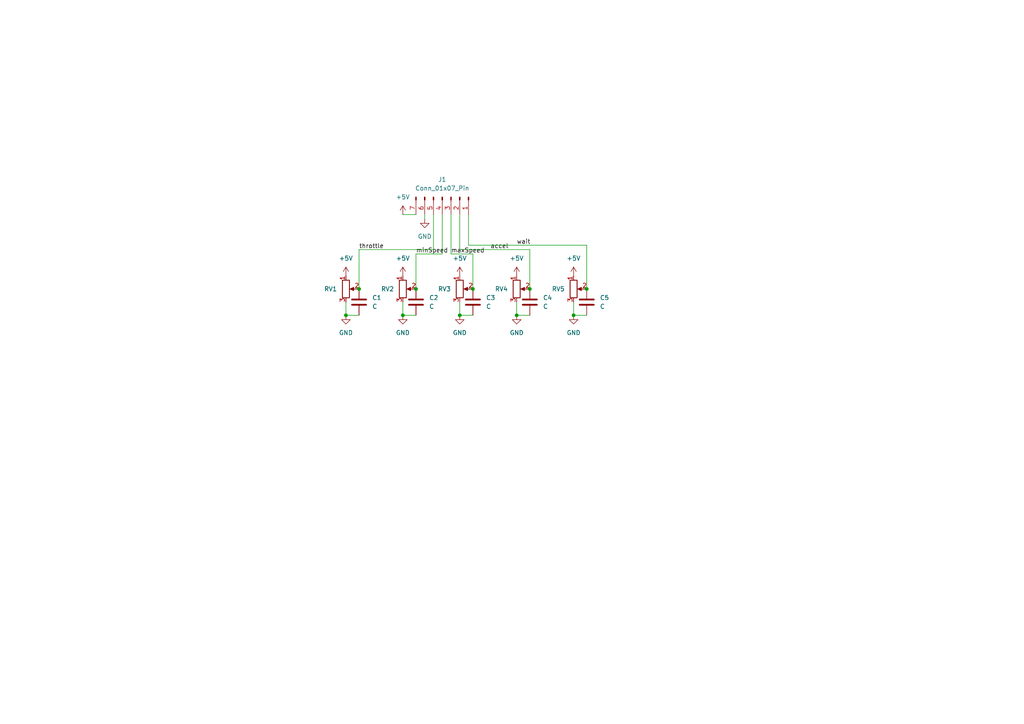
<source format=kicad_sch>
(kicad_sch (version 20230121) (generator eeschema)
  (paper "A4")
  (lib_symbols
    (symbol "Connector:Conn_01x07_Pin" (pin_names (offset 1.016) hide)
      (property "Reference" "J" (at 0 10.16 0))
      (property "Value" "Conn_01x07_Pin" (at 0 -10.16 0))
      (symbol "Conn_01x07_Pin_1_1"
        (polyline (pts (xy 1.27 -7.62) (xy 0.8636 -7.62)) (stroke (width 0.1524)))
        (polyline (pts (xy 1.27 -5.08) (xy 0.8636 -5.08)) (stroke (width 0.1524)))
        (polyline (pts (xy 1.27 -2.54) (xy 0.8636 -2.54)) (stroke (width 0.1524)))
        (polyline (pts (xy 1.27 0) (xy 0.8636 0)) (stroke (width 0.1524)))
        (polyline (pts (xy 1.27 2.54) (xy 0.8636 2.54)) (stroke (width 0.1524)))
        (polyline (pts (xy 1.27 5.08) (xy 0.8636 5.08)) (stroke (width 0.1524)))
        (polyline (pts (xy 1.27 7.62) (xy 0.8636 7.62)) (stroke (width 0.1524)))
        (rectangle (start 0.8636 -7.493) (end 0 -7.747) (stroke (width 0.1524)) (fill (type outline)))
        (rectangle (start 0.8636 -4.953) (end 0 -5.207) (stroke (width 0.1524)) (fill (type outline)))
        (rectangle (start 0.8636 -2.413) (end 0 -2.667) (stroke (width 0.1524)) (fill (type outline)))
        (rectangle (start 0.8636 0.127) (end 0 -0.127) (stroke (width 0.1524)) (fill (type outline)))
        (rectangle (start 0.8636 2.667) (end 0 2.413) (stroke (width 0.1524)) (fill (type outline)))
        (rectangle (start 0.8636 5.207) (end 0 4.953) (stroke (width 0.1524)) (fill (type outline)))
        (rectangle (start 0.8636 7.747) (end 0 7.493) (stroke (width 0.1524)) (fill (type outline)))
        (pin passive line (at 5.08 7.62 180) (length 3.81) (name "Pin_1") (number "1"))
        (pin passive line (at 5.08 5.08 180) (length 3.81) (name "Pin_2") (number "2"))
        (pin passive line (at 5.08 2.54 180) (length 3.81) (name "Pin_3") (number "3"))
        (pin passive line (at 5.08 0 180) (length 3.81) (name "Pin_4") (number "4"))
        (pin passive line (at 5.08 -2.54 180) (length 3.81) (name "Pin_5") (number "5"))
        (pin passive line (at 5.08 -5.08 180) (length 3.81) (name "Pin_6") (number "6"))
        (pin passive line (at 5.08 -7.62 180) (length 3.81) (name "Pin_7") (number "7"))
      )
    )
    (symbol "Device:C" (pin_numbers hide) (pin_names (offset 0.254))
      (property "Reference" "C" (at 0.635 2.54 0))
      (property "Value" "C" (at 0.635 -2.54 0))
      (symbol "C_0_1"
        (polyline (pts (xy -2.032 -0.762) (xy 2.032 -0.762)) (stroke (width 0.508)))
        (polyline (pts (xy -2.032 0.762) (xy 2.032 0.762)) (stroke (width 0.508)))
      )
      (symbol "C_1_1"
        (pin passive line (at 0 3.81 270) (length 2.794) (name "~") (number "1"))
        (pin passive line (at 0 -3.81 90) (length 2.794) (name "~") (number "2"))
      )
    )
    (symbol "Device:R_Potentiometer" (pin_names (offset 1.016) hide)
      (property "Reference" "RV" (at -4.445 0 90))
      (property "Value" "R_Potentiometer" (at -2.54 0 90))
      (symbol "R_Potentiometer_0_1"
        (polyline (pts (xy 2.54 0) (xy 1.524 0)))
        (polyline (pts (xy 1.143 0) (xy 2.286 0.508) (xy 2.286 -0.508) (xy 1.143 0)) (fill (type outline)))
        (rectangle (start 1.016 2.54) (end -1.016 -2.54) (stroke (width 0.254)))
      )
      (symbol "R_Potentiometer_1_1"
        (pin passive line (at 0 3.81 270) (length 1.27) (name "1") (number "1"))
        (pin passive line (at 3.81 0 180) (length 1.27) (name "2") (number "2"))
        (pin passive line (at 0 -3.81 90) (length 1.27) (name "3") (number "3"))
      )
    )
    (symbol "power:+5V" (power) (pin_names (offset 0))
      (property "Value" "+5V" (at 0 3.556 0))
      (symbol "+5V_0_1"
        (polyline (pts (xy -0.762 1.27) (xy 0 2.54)))
        (polyline (pts (xy 0 0) (xy 0 2.54)))
        (polyline (pts (xy 0 2.54) (xy 0.762 1.27)))
      )
      (symbol "+5V_1_1"
        (pin power_in line (at 0 0 90) (length 0) hide (name "+5V") (number "1"))
      )
    )
    (symbol "power:GND" (power) (pin_names (offset 0))
      (property "Value" "GND" (at 0 -3.81 0))
      (symbol "GND_0_1"
        (polyline (pts (xy 0 0) (xy 0 -1.27) (xy 1.27 -1.27) (xy 0 -2.54) (xy -1.27 -1.27) (xy 0 -1.27)))
      )
      (symbol "GND_1_1"
        (pin power_in line (at 0 0 270) (length 0) hide (name "GND") (number "1"))
      )
    )
  )
  (junction (at 116.84 91.44))
  (junction (at 166.37 91.44))
  (junction (at 137.16 83.82))
  (junction (at 153.67 83.82))
  (junction (at 100.33 91.44))
  (junction (at 133.35 91.44))
  (junction (at 104.14 83.82))
  (junction (at 170.18 83.82))
  (junction (at 149.86 91.44))
  (junction (at 120.65 83.82))
  (wire (pts (xy 100.33 87.63) (xy 100.33 91.44)))
  (wire (pts (xy 137.16 73.66) (xy 130.81 73.66)))
  (wire (pts (xy 133.35 87.63) (xy 133.35 91.44)))
  (wire (pts (xy 166.37 87.63) (xy 166.37 91.44)))
  (wire (pts (xy 120.65 73.66) (xy 128.27 73.66)))
  (wire (pts (xy 133.35 91.44) (xy 137.16 91.44)))
  (wire (pts (xy 123.19 63.5) (xy 123.19 62.23)))
  (wire (pts (xy 133.35 72.39) (xy 153.67 72.39)))
  (wire (pts (xy 133.35 62.23) (xy 133.35 72.39)))
  (wire (pts (xy 166.37 91.44) (xy 170.18 91.44)))
  (wire (pts (xy 130.81 73.66) (xy 130.81 62.23)))
  (wire (pts (xy 116.84 91.44) (xy 120.65 91.44)))
  (wire (pts (xy 125.73 72.39) (xy 104.14 72.39)))
  (wire (pts (xy 104.14 72.39) (xy 104.14 83.82)))
  (wire (pts (xy 149.86 91.44) (xy 153.67 91.44)))
  (wire (pts (xy 170.18 83.82) (xy 170.18 71.12)))
  (wire (pts (xy 116.84 62.23) (xy 120.65 62.23)))
  (wire (pts (xy 170.18 71.12) (xy 135.89 71.12)))
  (wire (pts (xy 120.65 83.82) (xy 120.65 73.66)))
  (wire (pts (xy 153.67 72.39) (xy 153.67 83.82)))
  (wire (pts (xy 125.73 62.23) (xy 125.73 72.39)))
  (wire (pts (xy 135.89 71.12) (xy 135.89 62.23)))
  (wire (pts (xy 128.27 73.66) (xy 128.27 62.23)))
  (wire (pts (xy 149.86 87.63) (xy 149.86 91.44)))
  (wire (pts (xy 100.33 91.44) (xy 104.14 91.44)))
  (wire (pts (xy 137.16 83.82) (xy 137.16 73.66)))
  (wire (pts (xy 116.84 87.63) (xy 116.84 91.44)))
  (label "maxSpeed" (at 130.81 73.66 0))
  (label "accel" (at 142.24 72.39 0))
  (label "wait" (at 149.86 71.12 0))
  (label "throttle" (at 104.14 72.39 0))
  (label "minSpeed" (at 120.65 73.66 0))
  (symbol (lib_id "power:+5V") (at 100.33 80.01 0) (unit 1)
    (property "Reference" "#PWR03" (effects hide))
    (property "Value" "+5V" (at 100.33 74.93 0))
  )
  (symbol (lib_id "power:GND") (at 123.19 63.5 0) (unit 1)
    (property "Reference" "#PWR02" (effects hide))
    (property "Value" "GND" (at 123.19 68.58 0))
  )
  (symbol (lib_id "power:GND") (at 166.37 91.44 0) (unit 1)
    (property "Reference" "#PWR012" (effects hide))
    (property "Value" "GND" (at 166.37 96.52 0))
  )
  (symbol (lib_id "power:GND") (at 100.33 91.44 0) (unit 1)
    (property "Reference" "#PWR08" (effects hide))
    (property "Value" "GND" (at 100.33 96.52 0))
  )
  (symbol (lib_id "power:GND") (at 149.86 91.44 0) (unit 1)
    (property "Reference" "#PWR011" (effects hide))
    (property "Value" "GND" (at 149.86 96.52 0))
  )
  (symbol (lib_id "Device:R_Potentiometer") (at 133.35 83.82 0) (unit 1)
    (property "Reference" "RV3" (at 130.81 83.82 0) (effects (justify right)))
    (property "Value" "R_Potentiometer" (effects hide))
    (property "Footprint" "custom_kicad_lib_sk:Potentiometer_Alps_RK09K_Single_Vertical" (effects hide))
  )
  (symbol (lib_id "power:+5V") (at 149.86 80.01 0) (unit 1)
    (property "Reference" "#PWR06" (effects hide))
    (property "Value" "+5V" (at 149.86 74.93 0))
  )
  (symbol (lib_id "Device:C") (at 170.18 87.63 0) (unit 1)
    (property "Reference" "C5" (at 173.99 86.36 0) (effects (justify left)))
    (property "Value" "C" (at 173.99 88.9 0) (effects (justify left)))
    (property "Footprint" "Capacitor_THT:C_Disc_D3.0mm_W1.6mm_P2.50mm" (effects hide))
  )
  (symbol (lib_id "Device:R_Potentiometer") (at 100.33 83.82 0) (unit 1)
    (property "Reference" "RV1" (at 97.79 83.82 0) (effects (justify right)))
    (property "Value" "R_Potentiometer" (effects hide))
    (property "Footprint" "custom_kicad_lib_sk:Potentiometer_Alps_RK09K_Single_Vertical" (effects hide))
  )
  (symbol (lib_id "power:+5V") (at 166.37 80.01 0) (unit 1)
    (property "Reference" "#PWR07" (effects hide))
    (property "Value" "+5V" (at 166.37 74.93 0))
  )
  (symbol (lib_id "Connector:Conn_01x07_Pin") (at 128.27 57.15 270) (unit 1)
    (property "Reference" "J1" (at 128.27 52.07 90))
    (property "Value" "Conn_01x07_Pin" (at 128.27 54.61 90))
    (property "Footprint" "Connector_PinHeader_2.54mm:PinHeader_1x07_P2.54mm_Vertical" (effects hide))
  )
  (symbol (lib_id "Device:C") (at 153.67 87.63 0) (unit 1)
    (property "Reference" "C4" (at 157.48 86.36 0) (effects (justify left)))
    (property "Value" "C" (at 157.48 88.9 0) (effects (justify left)))
    (property "Footprint" "Capacitor_THT:C_Disc_D3.0mm_W1.6mm_P2.50mm" (effects hide))
  )
  (symbol (lib_id "Device:R_Potentiometer") (at 149.86 83.82 0) (unit 1)
    (property "Reference" "RV4" (at 147.32 83.82 0) (effects (justify right)))
    (property "Value" "R_Potentiometer" (effects hide))
    (property "Footprint" "custom_kicad_lib_sk:Potentiometer_Alps_RK09K_Single_Vertical" (effects hide))
  )
  (symbol (lib_id "Device:C") (at 104.14 87.63 0) (unit 1)
    (property "Reference" "C1" (at 107.95 86.36 0) (effects (justify left)))
    (property "Value" "C" (at 107.95 88.9 0) (effects (justify left)))
    (property "Footprint" "Capacitor_THT:C_Disc_D3.0mm_W1.6mm_P2.50mm" (effects hide))
  )
  (symbol (lib_id "Device:R_Potentiometer") (at 116.84 83.82 0) (unit 1)
    (property "Reference" "RV2" (at 114.3 83.82 0) (effects (justify right)))
    (property "Value" "R_Potentiometer" (effects hide))
    (property "Footprint" "custom_kicad_lib_sk:Potentiometer_Alps_RK09K_Single_Vertical" (effects hide))
  )
  (symbol (lib_id "power:GND") (at 116.84 91.44 0) (unit 1)
    (property "Reference" "#PWR09" (effects hide))
    (property "Value" "GND" (at 116.84 96.52 0))
  )
  (symbol (lib_id "power:+5V") (at 116.84 80.01 0) (unit 1)
    (property "Reference" "#PWR04" (effects hide))
    (property "Value" "+5V" (at 116.84 74.93 0))
  )
  (symbol (lib_id "power:GND") (at 133.35 91.44 0) (unit 1)
    (property "Reference" "#PWR010" (effects hide))
    (property "Value" "GND" (at 133.35 96.52 0))
  )
  (symbol (lib_id "power:+5V") (at 116.84 62.23 0) (unit 1)
    (property "Reference" "#PWR01" (effects hide))
    (property "Value" "+5V" (at 116.84 57.15 0))
  )
  (symbol (lib_id "power:+5V") (at 133.35 80.01 0) (unit 1)
    (property "Reference" "#PWR05" (effects hide))
    (property "Value" "+5V" (at 133.35 74.93 0))
  )
  (symbol (lib_id "Device:C") (at 137.16 87.63 0) (unit 1)
    (property "Reference" "C3" (at 140.97 86.36 0) (effects (justify left)))
    (property "Value" "C" (at 140.97 88.9 0) (effects (justify left)))
    (property "Footprint" "Capacitor_THT:C_Disc_D3.0mm_W1.6mm_P2.50mm" (effects hide))
  )
  (symbol (lib_id "Device:R_Potentiometer") (at 166.37 83.82 0) (unit 1)
    (property "Reference" "RV5" (at 163.83 83.82 0) (effects (justify right)))
    (property "Value" "R_Potentiometer" (effects hide))
    (property "Footprint" "custom_kicad_lib_sk:Potentiometer_Alps_RK09K_Single_Vertical" (effects hide))
  )
  (symbol (lib_id "Device:C") (at 120.65 87.63 0) (unit 1)
    (property "Reference" "C2" (at 124.46 86.36 0) (effects (justify left)))
    (property "Value" "C" (at 124.46 88.9 0) (effects (justify left)))
    (property "Footprint" "Capacitor_THT:C_Disc_D3.0mm_W1.6mm_P2.50mm" (effects hide))
  )
)
</source>
